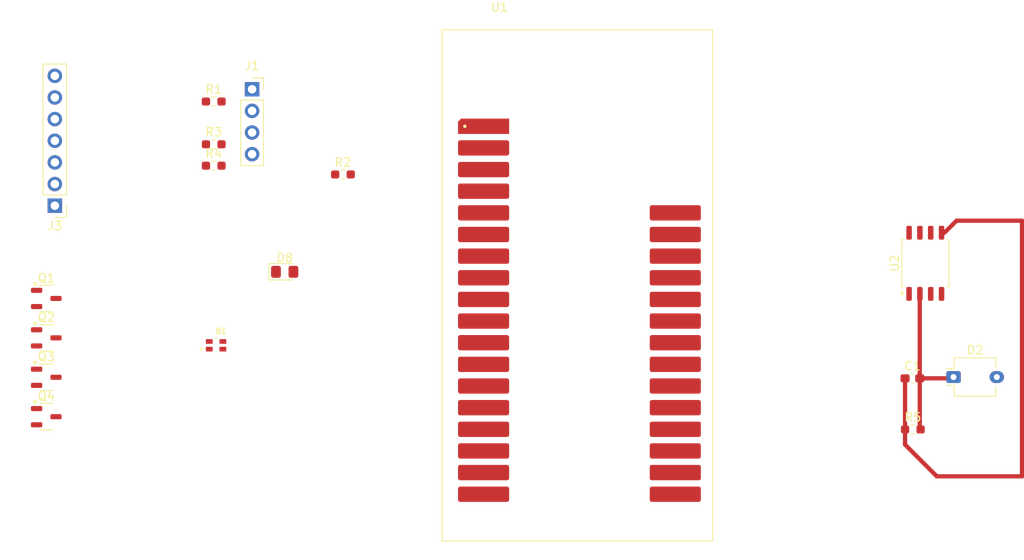
<source format=kicad_pcb>
(kicad_pcb (version 20241229) (generator "pcbnew") (generator_version "9.0")
  (layers (0 "F.Cu" signal) (2 "B.Cu" signal) (13 "F.Paste" user) (15 "B.Paste" user) (5 "F.SilkS" user "F.Silkscreen") (7 "B.SilkS" user "B.Silkscreen") (1 "F.Mask" user) (3 "B.Mask" user) (25 "Edge.Cuts" user))
  (net 0 "")
  (net 1 "Net-(Q3-C)")
  (net 2 "Net-(Q1-C)")
  (net 3 "GND")
  (net 4 "Net-(Q2-C)")
  (net 5 "+3.3V")
  (net 6 "Net-(D2-K)")
  (net 7 "Net-(D8-K)")
  (net 8 "SCL")
  (net 9 "SDA")
  (net 12 "CLRSNS_INT_D9")
  (net 13 "Net-(Q1-B)")
  (net 14 "Net-(Q2-B)")
  (net 15 "Net-(Q3-B)")
  (net 16 "Net-(Q4-B)")
  (net 17 "RED_D12")
  (net 18 "GREEN_D11")
  (net 19 "BLUE_D10")
  (net 20 "NIR_D13")
  (net 38 "PHOTODIODE_ADC_A0")
  (footprint "Package_TO_SOT_SMD:SOT-23-3" (layer "F.Cu") (at 20.5 83.75)
    (property "Reference" "Q2" (at 0 -2.4 0) (layer "F.SilkS"))
    (property "Value" "BC547")
    (fp_line (start 0 -1.56) (end -0.8 -1.56) (stroke (width 0.12)) (layer "F.SilkS"))
    (fp_line (start 0 -1.56) (end 0.8 -1.56) (stroke (width 0.12)) (layer "F.SilkS"))
    (fp_line (start 0 1.56) (end -0.8 1.56) (stroke (width 0.12)) (layer "F.SilkS"))
    (fp_line (start 0 1.56) (end 0.8 1.56) (stroke (width 0.12)) (layer "F.SilkS"))
    (fp_poly (pts (xy -1.3 -1.51) (xy -1.54 -1.84) (xy -1.06 -1.84)) (stroke (width 0.12)) (fill yes) (layer "F.SilkS"))
    (pad "1" smd roundrect (at -1.1375 -0.95) (size 1.325 0.6) (layers "F.Cu" "F.Mask" "F.Paste") (net 4 "Net-(Q2-C)"))
    (pad "2" smd roundrect (at -1.1375 0.95) (size 1.325 0.6) (layers "F.Cu" "F.Mask" "F.Paste") (net 14 "Net-(Q2-B)"))
    (pad "3" smd roundrect (at 1.1375 0) (size 1.325 0.6) (layers "F.Cu" "F.Mask" "F.Paste") (net 3 "GND"))
  )
  (footprint "Resistor_SMD:R_0603_1608Metric_Pad0.98x0.95mm_HandSolder" (layer "F.Cu") (at 40.1475 61.035)
    (property "Reference" "R3" (at 0 -1.43 0) (layer "F.SilkS"))
    (property "Value" "1k")
    (fp_line (start -0.254724 -0.5225) (end 0.254724 -0.5225) (stroke (width 0.12)) (layer "F.SilkS"))
    (fp_line (start -0.254724 0.5225) (end 0.254724 0.5225) (stroke (width 0.12)) (layer "F.SilkS"))
    (pad "1" smd roundrect (at -0.9125 0) (size 0.975 0.95) (layers "F.Cu" "F.Mask" "F.Paste") (net 19 "BLUE_D10"))
    (pad "2" smd roundrect (at 0.9125 0) (size 0.975 0.95) (layers "F.Cu" "F.Mask" "F.Paste") (net 15 "Net-(Q3-B)"))
  )
  (footprint "Connector_PinHeader_2.54mm:PinHeader_1x07_P2.54mm_Vertical" (layer "F.Cu") (at 21.5 68.24 180)
    (property "Reference" "J3" (at 0 -2.38 0) (layer "F.SilkS"))
    (property "Value" "COLOUR SENSOR")
    (fp_line (start 1.38 1.27) (end 1.38 16.62) (stroke (width 0.12)) (layer "F.SilkS"))
    (fp_line (start -1.38 16.62) (end 1.38 16.62) (stroke (width 0.12)) (layer "F.SilkS"))
    (fp_line (start -1.38 1.27) (end 1.38 1.27) (stroke (width 0.12)) (layer "F.SilkS"))
    (fp_line (start -1.38 1.27) (end -1.38 16.62) (stroke (width 0.12)) (layer "F.SilkS"))
    (fp_line (start -1.38 0) (end -1.38 -1.38) (stroke (width 0.12)) (layer "F.SilkS"))
    (fp_line (start -1.38 -1.38) (end 0 -1.38) (stroke (width 0.12)) (layer "F.SilkS"))
    (pad "1" thru_hole rect (at 0 0 180) (size 1.7 1.7) (drill 1) (layers "*.Cu" "*.Mask"))
    (pad "2" thru_hole circle (at 0 2.54 180) (size 1.7 1.7) (drill 1) (layers "*.Cu" "*.Mask") (net 12 "CLRSNS_INT_D9"))
    (pad "3" thru_hole circle (at 0 5.08 180) (size 1.7 1.7) (drill 1) (layers "*.Cu" "*.Mask") (net 9 "SDA"))
    (pad "4" thru_hole circle (at 0 7.62 180) (size 1.7 1.7) (drill 1) (layers "*.Cu" "*.Mask") (net 8 "SCL"))
    (pad "5" thru_hole circle (at 0 10.16 180) (size 1.7 1.7) (drill 1) (layers "*.Cu" "*.Mask") (net 5 "+3.3V"))
    (pad "6" thru_hole circle (at 0 12.7 180) (size 1.7 1.7) (drill 1) (layers "*.Cu" "*.Mask") (net 3 "GND"))
    (pad "7" thru_hole circle (at 0 15.24 180) (size 1.7 1.7) (drill 1) (layers "*.Cu" "*.Mask"))
  )
  (footprint "Connector_PinSocket_2.54mm:PinSocket_1x04_P2.54mm_Vertical" (layer "F.Cu") (at 44.6475 54.575)
    (property "Reference" "J1" (at 0 -2.77 0) (layer "F.SilkS"))
    (property "Value" "DISPLAY")
    (fp_line (start -1.33 1.27) (end -1.33 8.95) (stroke (width 0.12)) (layer "F.SilkS"))
    (fp_line (start -1.33 1.27) (end 1.33 1.27) (stroke (width 0.12)) (layer "F.SilkS"))
    (fp_line (start -1.33 8.95) (end 1.33 8.95) (stroke (width 0.12)) (layer "F.SilkS"))
    (fp_line (start 0 -1.33) (end 1.33 -1.33) (stroke (width 0.12)) (layer "F.SilkS"))
    (fp_line (start 1.33 -1.33) (end 1.33 0) (stroke (width 0.12)) (layer "F.SilkS"))
    (fp_line (start 1.33 1.27) (end 1.33 8.95) (stroke (width 0.12)) (layer "F.SilkS"))
    (pad "1" thru_hole rect (at 0 0) (size 1.7 1.7) (drill 1) (layers "*.Cu" "*.Mask") (net 3 "GND"))
    (pad "2" thru_hole circle (at 0 2.54) (size 1.7 1.7) (drill 1) (layers "*.Cu" "*.Mask") (net 5 "+3.3V"))
    (pad "3" thru_hole circle (at 0 5.08) (size 1.7 1.7) (drill 1) (layers "*.Cu" "*.Mask") (net 8 "SCL"))
    (pad "4" thru_hole circle (at 0 7.62) (size 1.7 1.7) (drill 1) (layers "*.Cu" "*.Mask") (net 9 "SDA"))
  )
  (footprint "LED_SMD:LED_0805_2012Metric_Pad1.15x1.40mm_HandSolder" (layer "F.Cu") (at 48.475 76)
    (property "Reference" "D8" (at 0 -1.65 0) (layer "F.SilkS"))
    (property "Value" "NIR")
    (fp_line (start -1.86 -0.96) (end -1.86 0.96) (stroke (width 0.12)) (layer "F.SilkS"))
    (fp_line (start -1.86 0.96) (end 1 0.96) (stroke (width 0.12)) (layer "F.SilkS"))
    (fp_line (start 1 -0.96) (end -1.86 -0.96) (stroke (width 0.12)) (layer "F.SilkS"))
    (pad "1" smd roundrect (at -1.025 0) (size 1.15 1.4) (layers "F.Cu" "F.Mask" "F.Paste") (roundrect_rratio 0.217391) (net 7 "Net-(D8-K)"))
    (pad "2" smd roundrect (at 1.025 0) (size 1.15 1.4) (layers "F.Cu" "F.Mask" "F.Paste") (roundrect_rratio 0.217391) (net 5 "+3.3V"))
  )
  (footprint "Capacitor_SMD:C_0603_1608Metric_Pad1.08x0.95mm_HandSolder" (layer "F.Cu") (at 122.1375 88.5)
    (property "Reference" "C1" (at 0 -1.43 0) (layer "F.SilkS"))
    (property "Value" "100nF")
    (fp_line (start -0.146267 -0.51) (end 0.146267 -0.51) (stroke (width 0.12)) (layer "F.SilkS"))
    (fp_line (start -0.146267 0.51) (end 0.146267 0.51) (stroke (width 0.12)) (layer "F.SilkS"))
    (pad "1" smd roundrect (at -0.8625 0) (size 1.075 0.95) (layers "F.Cu" "F.Mask" "F.Paste") (net 38 "PHOTODIODE_ADC_A0"))
    (pad "2" smd roundrect (at 0.8625 0) (size 1.075 0.95) (layers "F.Cu" "F.Mask" "F.Paste") (net 6 "Net-(D2-K)"))
  )
  (footprint "OptoDevice:Osram_DIL2_4.3x4.65mm_P5.08mm" (layer "F.Cu") (at 126.96 88.35)
    (property "Reference" "D2" (at 2.54 -3.17 0) (layer "F.SilkS"))
    (property "Value" "BPW34")
    (fp_line (start 0.08 -2.26) (end 0.08 -0.96) (stroke (width 0.12)) (layer "F.SilkS"))
    (fp_line (start 0.08 -2.26) (end 4.95 -2.26) (stroke (width 0.12)) (layer "F.SilkS"))
    (fp_line (start 0.08 -0.96) (end -0.84 -0.96) (stroke (width 0.12)) (layer "F.SilkS"))
    (fp_line (start 0.08 0.96) (end -0.84 0.96) (stroke (width 0.12)) (layer "F.SilkS"))
    (fp_line (start 0.08 0.96) (end 0.08 2.26) (stroke (width 0.12)) (layer "F.SilkS"))
    (fp_line (start 4.95 -2.26) (end 4.95 -1.06) (stroke (width 0.12)) (layer "F.SilkS"))
    (fp_line (start 4.95 1.06) (end 4.95 2.26) (stroke (width 0.12)) (layer "F.SilkS"))
    (fp_line (start 4.95 2.26) (end 0.08 2.26) (stroke (width 0.12)) (layer "F.SilkS"))
    (pad "1" thru_hole roundrect (at 0 0) (size 1.7 1.4) (drill 0.7) (layers "*.Cu" "*.Mask") (roundrect_rratio 0.178) (net 6 "Net-(D2-K)"))
    (pad "2" thru_hole oval (at 5.08 0) (size 1.7 1.4) (drill 0.7) (layers "*.Cu" "*.Mask") (net 3 "GND"))
  )
  (footprint "Package_SO:SOIC-8_5.3x5.3mm_P1.27mm" (layer "F.Cu") (at 123.65 75 90)
    (property "Reference" "U2" (at 0 -3.6 90) (layer "F.SilkS"))
    (property "Value" "UA741CN")
    (fp_line (start 2.76 -2.76) (end 2.76 -2.49) (stroke (width 0.12)) (layer "F.SilkS"))
    (fp_line (start 0 -2.76) (end 2.76 -2.76) (stroke (width 0.12)) (layer "F.SilkS"))
    (fp_line (start 0 -2.76) (end -2.76 -2.76) (stroke (width 0.12)) (layer "F.SilkS"))
    (fp_line (start -2.76 -2.76) (end -2.76 -2.49) (stroke (width 0.12)) (layer "F.SilkS"))
    (fp_line (start 2.76 2.76) (end 2.76 2.49) (stroke (width 0.12)) (layer "F.SilkS"))
    (fp_line (start 0 2.76) (end 2.76 2.76) (stroke (width 0.12)) (layer "F.SilkS"))
    (fp_line (start 0 2.76) (end -2.76 2.76) (stroke (width 0.12)) (layer "F.SilkS"))
    (fp_line (start -2.76 2.76) (end -2.76 2.49) (stroke (width 0.12)) (layer "F.SilkS"))
    (fp_poly (pts (xy -3.525 -2.49) (xy -3.765 -2.82) (xy -3.285 -2.82)) (stroke (width 0.12)) (fill yes) (layer "F.SilkS"))
    (pad "1" smd roundrect (at -3.5875 -1.905 90) (size 1.625 0.65) (layers "F.Cu" "F.Mask" "F.Paste") (net 3 "GND"))
    (pad "2" smd roundrect (at -3.5875 -0.635 90) (size 1.625 0.65) (layers "F.Cu" "F.Mask" "F.Paste") (net 6 "Net-(D2-K)"))
    (pad "3" smd roundrect (at -3.5875 0.635 90) (size 1.625 0.65) (layers "F.Cu" "F.Mask" "F.Paste") (net 5 "+3.3V"))
    (pad "4" smd roundrect (at -3.5875 1.905 90) (size 1.625 0.65) (layers "F.Cu" "F.Mask" "F.Paste") (net 3 "GND"))
    (pad "5" smd roundrect (at 3.5875 1.905 90) (size 1.625 0.65) (layers "F.Cu" "F.Mask" "F.Paste") (net 38 "PHOTODIODE_ADC_A0"))
    (pad "6" smd roundrect (at 3.5875 0.635 90) (size 1.625 0.65) (layers "F.Cu" "F.Mask" "F.Paste"))
    (pad "7" smd roundrect (at 3.5875 -0.635 90) (size 1.625 0.65) (layers "F.Cu" "F.Mask" "F.Paste"))
    (pad "8" smd roundrect (at 3.5875 -1.905 90) (size 1.625 0.65) (layers "F.Cu" "F.Mask" "F.Paste"))
  )
  (footprint "Resistor_SMD:R_0603_1608Metric_Pad0.98x0.95mm_HandSolder" (layer "F.Cu") (at 122.1875 94.5)
    (property "Reference" "R5" (at 0 -1.43 0) (layer "F.SilkS"))
    (property "Value" "10k")
    (fp_line (start -0.254724 -0.5225) (end 0.254724 -0.5225) (stroke (width 0.12)) (layer "F.SilkS"))
    (fp_line (start -0.254724 0.5225) (end 0.254724 0.5225) (stroke (width 0.12)) (layer "F.SilkS"))
    (pad "1" smd roundrect (at -0.9125 0) (size 0.975 0.95) (layers "F.Cu" "F.Mask" "F.Paste") (net 38 "PHOTODIODE_ADC_A0"))
    (pad "2" smd roundrect (at 0.9125 0) (size 0.975 0.95) (layers "F.Cu" "F.Mask" "F.Paste") (net 6 "Net-(D2-K)"))
  )
  (footprint "Everlight_RGB_19-037ARSGHBHW1-S032T:LED_19-237_R6GHBHC-A01_2T" (layer "F.Cu") (at 40.4225 84.625)
    (property "Reference" "D1" (at 0.582 -1.6564 0) (layer "F.SilkS") (effects (font (size 0.64 0.64))))
    (property "Value" "Everlight_RGB_19-237_R6GHBHC-A01_2T")
    (fp_line (start -0.08 -0.8) (end 0.08 -0.8) (stroke (width 0.127)) (layer "F.SilkS"))
    (fp_line (start 0.08 0.8) (end -0.08 0.8) (stroke (width 0.127)) (layer "F.SilkS"))
    (fp_circle (center -1.75 0.45) (end -1.65 0.45) (stroke (width 0.2)) (fill no) (layer "F.SilkS"))
    (pad "1" smd rect (at -0.8 0.45) (size 0.8 0.55) (layers "F.Cu" "F.Mask" "F.Paste") (net 2 "Net-(Q1-C)"))
    (pad "2" smd rect (at -0.8 -0.45) (size 0.8 0.55) (layers "F.Cu" "F.Mask" "F.Paste") (net 4 "Net-(Q2-C)"))
    (pad "3" smd rect (at 0.8 -0.45) (size 0.8 0.55) (layers "F.Cu" "F.Mask" "F.Paste") (net 1 "Net-(Q3-C)"))
    (pad "4" smd rect (at 0.8 0.45) (size 0.8 0.55) (layers "F.Cu" "F.Mask" "F.Paste") (net 5 "+3.3V"))
  )
  (footprint "Resistor_SMD:R_0603_1608Metric_Pad0.98x0.95mm_HandSolder" (layer "F.Cu") (at 40.1475 56.015)
    (property "Reference" "R1" (at 0 -1.43 0) (layer "F.SilkS"))
    (property "Value" "1k")
    (fp_line (start -0.254724 -0.5225) (end 0.254724 -0.5225) (stroke (width 0.12)) (layer "F.SilkS"))
    (fp_line (start -0.254724 0.5225) (end 0.254724 0.5225) (stroke (width 0.12)) (layer "F.SilkS"))
    (pad "1" smd roundrect (at -0.9125 0) (size 0.975 0.95) (layers "F.Cu" "F.Mask" "F.Paste") (net 17 "RED_D12"))
    (pad "2" smd roundrect (at 0.9125 0) (size 0.975 0.95) (layers "F.Cu" "F.Mask" "F.Paste") (net 13 "Net-(Q1-B)"))
  )
  (footprint "Resistor_SMD:R_0603_1608Metric_Pad0.98x0.95mm_HandSolder" (layer "F.Cu") (at 40.1475 63.545)
    (property "Reference" "R4" (at 0 -1.43 0) (layer "F.SilkS"))
    (property "Value" "1k")
    (fp_line (start -0.254724 -0.5225) (end 0.254724 -0.5225) (stroke (width 0.12)) (layer "F.SilkS"))
    (fp_line (start -0.254724 0.5225) (end 0.254724 0.5225) (stroke (width 0.12)) (layer "F.SilkS"))
    (pad "1" smd roundrect (at -0.9125 0) (size 0.975 0.95) (layers "F.Cu" "F.Mask" "F.Paste") (net 16 "Net-(Q4-B)"))
    (pad "2" smd roundrect (at 0.9125 0) (size 0.975 0.95) (layers "F.Cu" "F.Mask" "F.Paste") (net 20 "NIR_D13"))
  )
  (footprint "Package_TO_SOT_SMD:SOT-23-3" (layer "F.Cu") (at 20.5 88.375)
    (property "Reference" "Q3" (at 0 -2.4 0) (layer "F.SilkS"))
    (property "Value" "BC547")
    (fp_line (start 0 -1.56) (end -0.8 -1.56) (stroke (width 0.12)) (layer "F.SilkS"))
    (fp_line (start 0 -1.56) (end 0.8 -1.56) (stroke (width 0.12)) (layer "F.SilkS"))
    (fp_line (start 0 1.56) (end -0.8 1.56) (stroke (width 0.12)) (layer "F.SilkS"))
    (fp_line (start 0 1.56) (end 0.8 1.56) (stroke (width 0.12)) (layer "F.SilkS"))
    (fp_poly (pts (xy -1.3 -1.51) (xy -1.54 -1.84) (xy -1.06 -1.84)) (stroke (width 0.12)) (fill yes) (layer "F.SilkS"))
    (pad "1" smd roundrect (at -1.1375 -0.95) (size 1.325 0.6) (layers "F.Cu" "F.Mask" "F.Paste") (net 1 "Net-(Q3-C)"))
    (pad "2" smd roundrect (at -1.1375 0.95) (size 1.325 0.6) (layers "F.Cu" "F.Mask" "F.Paste") (net 15 "Net-(Q3-B)"))
    (pad "3" smd roundrect (at 1.1375 0) (size 1.325 0.6) (layers "F.Cu" "F.Mask" "F.Paste") (net 3 "GND"))
  )
  (footprint "Resistor_SMD:R_0603_1608Metric_Pad0.98x0.95mm_HandSolder" (layer "F.Cu") (at 55.31 64.575)
    (property "Reference" "R2" (at 0 -1.43 0) (layer "F.SilkS"))
    (property "Value" "1k")
    (fp_line (start -0.254724 -0.5225) (end 0.254724 -0.5225) (stroke (width 0.12)) (layer "F.SilkS"))
    (fp_line (start -0.254724 0.5225) (end 0.254724 0.5225) (stroke (width 0.12)) (layer "F.SilkS"))
    (pad "1" smd roundrect (at -0.9125 0) (size 0.975 0.95) (layers "F.Cu" "F.Mask" "F.Paste") (net 18 "GREEN_D11"))
    (pad "2" smd roundrect (at 0.9125 0) (size 0.975 0.95) (layers "F.Cu" "F.Mask" "F.Paste") (net 14 "Net-(Q2-B)"))
  )
  (footprint "Package_TO_SOT_SMD:SOT-23-3" (layer "F.Cu") (at 20.5 93)
    (property "Reference" "Q4" (at 0 -2.4 0) (layer "F.SilkS"))
    (property "Value" "BC547")
    (fp_line (start 0 -1.56) (end -0.8 -1.56) (stroke (width 0.12)) (layer "F.SilkS"))
    (fp_line (start 0 -1.56) (end 0.8 -1.56) (stroke (width 0.12)) (layer "F.SilkS"))
    (fp_line (start 0 1.56) (end -0.8 1.56) (stroke (width 0.12)) (layer "F.SilkS"))
    (fp_line (start 0 1.56) (end 0.8 1.56) (stroke (width 0.12)) (layer "F.SilkS"))
    (fp_poly (pts (xy -1.3 -1.51) (xy -1.54 -1.84) (xy -1.06 -1.84)) (stroke (width 0.12)) (fill yes) (layer "F.SilkS"))
    (pad "1" smd roundrect (at -1.1375 -0.95) (size 1.325 0.6) (layers "F.Cu" "F.Mask" "F.Paste") (net 7 "Net-(D8-K)"))
    (pad "2" smd roundrect (at -1.1375 0.95) (size 1.325 0.6) (layers "F.Cu" "F.Mask" "F.Paste") (net 16 "Net-(Q4-B)"))
    (pad "3" smd roundrect (at 1.1375 0) (size 1.325 0.6) (layers "F.Cu" "F.Mask" "F.Paste") (net 3 "GND"))
  )
  (footprint "ESP32_FireBeetle_DFRO656:MODULE_DFR0654" (layer "F.Cu") (at 83.4535 77.6)
    (property "Reference" "U1" (at -9.775 -32.65 0) (layer "F.SilkS"))
    (property "Value" "DFR0654")
    (fp_line (start -16.51 -30) (end -16.51 30) (stroke (width 0.127)) (layer "F.SilkS"))
    (fp_line (start 15.24 -30) (end -16.51 -30) (stroke (width 0.127)) (layer "F.SilkS"))
    (fp_line (start 15.24 -30) (end 15.24 30) (stroke (width 0.127)) (layer "F.SilkS"))
    (fp_line (start 15.24 30) (end -16.51 30) (stroke (width 0.127)) (layer "F.SilkS"))
    (fp_circle (center -13.84 -18.68) (end -13.74 -18.68) (stroke (width 0.2)) (fill no) (layer "F.SilkS"))
    (pad "" np_thru_hole circle (at -11.49 -28.4) (size 2 2) (drill 2) (layers "*.Cu" "*.Mask"))
    (pad "" np_thru_hole circle (at -11.49 28.4) (size 2 2) (drill 2) (layers "*.Cu" "*.Mask"))
    (pad "" np_thru_hole circle (at 10.71 -28.4) (size 2 2) (drill 2) (layers "*.Cu" "*.Mask"))
    (pad "" np_thru_hole circle (at 10.71 28.4) (size 2 2) (drill 2) (layers "*.Cu" "*.Mask"))
    (pad "1" connect roundrect (at -11.64 -18.68) (size 6 1.8) (layers "F.Cu" "F.Mask") (roundrect_rratio 0) (chamfer_ratio 0.2) (chamfer top_left))
    (pad "2" connect roundrect (at -11.64 -16.14) (size 6 1.8) (layers "F.Cu" "F.Mask") (roundrect_rratio 0.1388888889) (net 5 "+3.3V"))
    (pad "3" connect roundrect (at -11.64 -13.6) (size 6 1.8) (layers "F.Cu" "F.Mask") (roundrect_rratio 0.1388888889))
    (pad "4" connect roundrect (at -11.64 -11.06) (size 6 1.8) (layers "F.Cu" "F.Mask") (roundrect_rratio 0.1388888889) (net 3 "GND"))
    (pad "5" connect roundrect (at -11.64 -8.52) (size 6 1.8) (layers "F.Cu" "F.Mask") (roundrect_rratio 0.1388888889))
    (pad "6" connect roundrect (at -11.64 -5.98) (size 6 1.8) (layers "F.Cu" "F.Mask") (roundrect_rratio 0.1388888889))
    (pad "7" connect roundrect (at -11.64 -3.44) (size 6 1.8) (layers "F.Cu" "F.Mask") (roundrect_rratio 0.1388888889))
    (pad "8" connect roundrect (at -11.64 -0.9) (size 6 1.8) (layers "F.Cu" "F.Mask") (roundrect_rratio 0.1388888889))
    (pad "9" connect roundrect (at -11.64 1.64) (size 6 1.8) (layers "F.Cu" "F.Mask") (roundrect_rratio 0.1388888889) (net 8 "SCL"))
    (pad "10" connect roundrect (at -11.64 4.18) (size 6 1.8) (layers "F.Cu" "F.Mask") (roundrect_rratio 0.1388888889) (net 9 "SDA"))
    (pad "11" connect roundrect (at -11.64 6.72) (size 6 1.8) (layers "F.Cu" "F.Mask") (roundrect_rratio 0.1388888889) (net 12 "CLRSNS_INT_D9"))
    (pad "12" connect roundrect (at -11.64 9.26) (size 6 1.8) (layers "F.Cu" "F.Mask") (roundrect_rratio 0.1388888889))
    (pad "13" connect roundrect (at -11.64 11.8) (size 6 1.8) (layers "F.Cu" "F.Mask") (roundrect_rratio 0.1388888889))
    (pad "14" connect roundrect (at -11.64 14.34) (size 6 1.8) (layers "F.Cu" "F.Mask") (roundrect_rratio 0.1388888889))
    (pad "15" connect roundrect (at -11.64 16.88) (size 6 1.8) (layers "F.Cu" "F.Mask") (roundrect_rratio 0.1388888889))
    (pad "16" connect roundrect (at -11.64 19.42) (size 6 1.8) (layers "F.Cu" "F.Mask") (roundrect_rratio 0.1388888889))
    (pad "17" connect roundrect (at -11.64 21.96) (size 6 1.8) (layers "F.Cu" "F.Mask") (roundrect_rratio 0.1388888889))
    (pad "18" connect roundrect (at -11.64 24.5) (size 6 1.8) (layers "F.Cu" "F.Mask") (roundrect_rratio 0.1388888889))
    (pad "19" connect roundrect (at 10.86 24.5) (size 6 1.8) (layers "F.Cu" "F.Mask") (roundrect_rratio 0.1388888889) (net 17 "RED_D12"))
    (pad "20" connect roundrect (at 10.86 21.96) (size 6 1.8) (layers "F.Cu" "F.Mask") (roundrect_rratio 0.125) (net 18 "GREEN_D11"))
    (pad "21" connect roundrect (at 10.86 19.42) (size 6 1.8) (layers "F.Cu" "F.Mask") (roundrect_rratio 0.1388888889) (net 19 "BLUE_D10"))
    (pad "22" connect roundrect (at 10.86 16.88) (size 6 1.8) (layers "F.Cu" "F.Mask") (roundrect_rratio 0.1388888889) (net 20 "NIR_D13"))
    (pad "23" connect roundrect (at 10.86 14.34) (size 6 1.8) (layers "F.Cu" "F.Mask") (roundrect_rratio 0.1388888889) (net 38 "PHOTODIODE_ADC_A0"))
    (pad "24" connect roundrect (at 10.86 11.8) (size 6 1.8) (layers "F.Cu" "F.Mask") (roundrect_rratio 0.1388888889))
    (pad "25" connect roundrect (at 10.86 9.26) (size 6 1.8) (layers "F.Cu" "F.Mask") (roundrect_rratio 0.1388888889))
    (pad "26" connect roundrect (at 10.86 6.72) (size 6 1.8) (layers "F.Cu" "F.Mask") (roundrect_rratio 0.1388888889))
    (pad "27" connect roundrect (at 10.86 4.18) (size 6 1.8) (layers "F.Cu" "F.Mask") (roundrect_rratio 0.1388888889))
    (pad "28" connect roundrect (at 10.86 1.64) (size 6 1.8) (layers "F.Cu" "F.Mask") (roundrect_rratio 0.1388888889) (net 9 "SDA"))
    (pad "29" connect roundrect (at 10.86 -0.9) (size 6 1.8) (layers "F.Cu" "F.Mask") (roundrect_rratio 0.1388888889) (net 8 "SCL"))
    (pad "30" connect roundrect (at 10.86 -3.44) (size 6 1.8) (layers "F.Cu" "F.Mask") (roundrect_rratio 0.1388888889) (net 3 "GND"))
    (pad "31" connect roundrect (at 10.86 -5.98) (size 6 1.8) (layers "F.Cu" "F.Mask") (roundrect_rratio 0.1388888889) (net 5 "+3.3V"))
    (pad "32" connect roundrect (at 10.86 -8.52) (size 6 1.8) (layers "F.Cu" "F.Mask") (roundrect_rratio 0.1388888889))
  )
  (footprint "Package_TO_SOT_SMD:SOT-23-3" (layer "F.Cu") (at 20.5 79.125)
    (property "Reference" "Q1" (at 0 -2.4 0) (layer "F.SilkS"))
    (property "Value" "BC547")
    (fp_line (start 0 -1.56) (end -0.8 -1.56) (stroke (width 0.12)) (layer "F.SilkS"))
    (fp_line (start 0 -1.56) (end 0.8 -1.56) (stroke (width 0.12)) (layer "F.SilkS"))
    (fp_line (start 0 1.56) (end -0.8 1.56) (stroke (width 0.12)) (layer "F.SilkS"))
    (fp_line (start 0 1.56) (end 0.8 1.56) (stroke (width 0.12)) (layer "F.SilkS"))
    (fp_poly (pts (xy -1.3 -1.51) (xy -1.54 -1.84) (xy -1.06 -1.84)) (stroke (width 0.12)) (fill yes) (layer "F.SilkS"))
    (pad "1" smd roundrect (at -1.1375 -0.95) (size 1.325 0.6) (layers "F.Cu" "F.Mask" "F.Paste") (net 2 "Net-(Q1-C)"))
    (pad "2" smd roundrect (at -1.1375 0.95) (size 1.325 0.6) (layers "F.Cu" "F.Mask" "F.Paste") (net 13 "Net-(Q1-B)"))
    (pad "3" smd roundrect (at 1.1375 0) (size 1.325 0.6) (layers "F.Cu" "F.Mask" "F.Paste") (net 3 "GND"))
  )
  (segment (start 123 94.4) (end 123.1 94.5) (width 0.2) (layer "F.Cu") (net 6))
  (segment (start 123.365 88.36) (end 123.225 88.5) (width 0.2) (layer "F.Cu") (net 6))
  (segment (start 126.81 88.5) (end 126.96 88.35) (width 0.5) (layer "F.Cu") (net 6))
  (segment (start 123 88.5) (end 126.81 88.5) (width 0.5) (layer "F.Cu") (net 6))
  (segment (start 123 88.5) (end 123 94.4) (width 0.5) (layer "F.Cu") (net 6))
  (segment (start 123 88.5) (end 123 78.9525) (width 0.5) (layer "F.Cu") (net 6))
  (segment (start 127.3175 70) (end 125.905 71.4125) (width 0.5) (layer "F.Cu") (net 38))
  (segment (start 125 100) (end 135 100) (width 0.5) (layer "F.Cu") (net 38))
  (segment (start 135 70) (end 127.3175 70) (width 0.5) (layer "F.Cu") (net 38))
  (segment (start 121.275 94.5) (end 121.275 96.275) (width 0.5) (layer "F.Cu") (net 38))
  (segment (start 135 100) (end 135 70) (width 0.5) (layer "F.Cu") (net 38))
  (segment (start 121.275 88.5) (end 121.275 94.5) (width 0.5) (layer "F.Cu") (net 38))
  (segment (start 121.275 96.275) (end 125 100) (width 0.5) (layer "F.Cu") (net 38))
)
</source>
